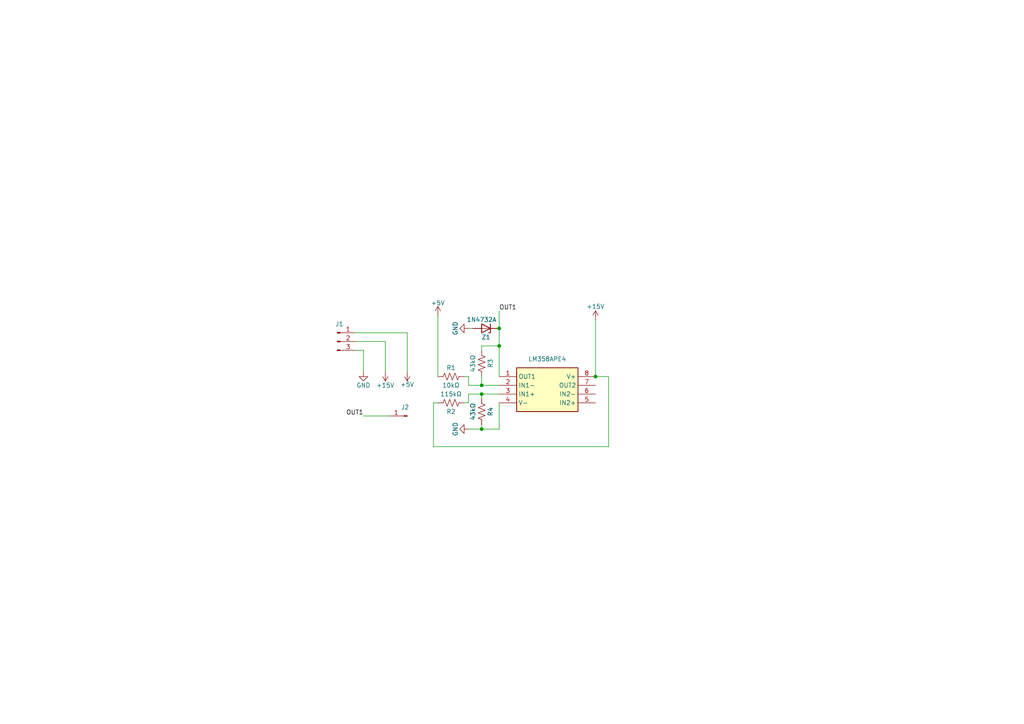
<source format=kicad_sch>
(kicad_sch (version 20211123) (generator eeschema)
  (paper "A4")
  (title_block (title "Voltage Mapper Circuit") (date "2025-05-12") (rev "2.0") (company "Utah Tech University"))
  (lib_symbols
    (symbol "+15V_1" (power) (pin_names (offset 0))
      (property "Value" "+15V_1" (at 3.556 0 0))
      (symbol "+15V_1_0_1"
        (polyline (pts (xy -0.762 1.27) (xy 0 2.54)))
        (polyline (pts (xy 0 0) (xy 0 2.54)))
        (polyline (pts (xy 0 2.54) (xy 0.762 1.27)))
      )
      (symbol "+15V_1_1_1"
        (pin power_in line (at 0 0 90) (length 0) hide (name "+15V") (number "1"))
      )
    )
    (symbol "Connector:Conn_01x01_Male" (pin_names (offset 1.016) hide)
      (property "Reference" "J" (at 0 2.54 0))
      (property "Value" "Conn_01x01_Male" (at 0 -2.54 0))
      (symbol "Conn_01x01_Male_1_1"
        (polyline (pts (xy 1.27 0) (xy 0.8636 0)) (stroke (width 0.1524)))
        (rectangle (start 0.8636 0.127) (end 0 -0.127) (stroke (width 0.1524)) (fill (type outline)))
        (pin passive line (at 5.08 0 180) (length 3.81) (name "Pin_1") (number "1"))
      )
    )
    (symbol "Connector:Conn_01x03_Male" (pin_names (offset 1.016) hide)
      (property "Reference" "J" (at 0 5.08 0))
      (property "Value" "Conn_01x03_Male" (at 0 -5.08 0))
      (symbol "Conn_01x03_Male_1_1"
        (polyline (pts (xy 1.27 -2.54) (xy 0.8636 -2.54)) (stroke (width 0.1524)))
        (polyline (pts (xy 1.27 0) (xy 0.8636 0)) (stroke (width 0.1524)))
        (polyline (pts (xy 1.27 2.54) (xy 0.8636 2.54)) (stroke (width 0.1524)))
        (rectangle (start 0.8636 -2.413) (end 0 -2.667) (stroke (width 0.1524)) (fill (type outline)))
        (rectangle (start 0.8636 0.127) (end 0 -0.127) (stroke (width 0.1524)) (fill (type outline)))
        (rectangle (start 0.8636 2.667) (end 0 2.413) (stroke (width 0.1524)) (fill (type outline)))
        (pin passive line (at 5.08 2.54 180) (length 3.81) (name "Pin_1") (number "1"))
        (pin passive line (at 5.08 0 180) (length 3.81) (name "Pin_2") (number "2"))
        (pin passive line (at 5.08 -2.54 180) (length 3.81) (name "Pin_3") (number "3"))
      )
    )
    (symbol "Device:D_Zener" (pin_numbers hide) (pin_names (offset 1.016) hide)
      (property "Reference" "D" (at 0 2.54 0))
      (property "Value" "D_Zener" (at 0 -2.54 0))
      (symbol "D_Zener_0_1"
        (polyline (pts (xy 1.27 0) (xy -1.27 0)))
        (polyline (pts (xy -1.27 -1.27) (xy -1.27 1.27) (xy -0.762 1.27)) (stroke (width 0.254)))
        (polyline (pts (xy 1.27 -1.27) (xy 1.27 1.27) (xy -1.27 0) (xy 1.27 -1.27)) (stroke (width 0.254)))
      )
      (symbol "D_Zener_1_1"
        (pin passive line (at -3.81 0 0) (length 2.54) (name "K") (number "1"))
        (pin passive line (at 3.81 0 180) (length 2.54) (name "A") (number "2"))
      )
    )
    (symbol "Device:R_US" (pin_numbers hide) (pin_names (offset 0))
      (property "Reference" "R" (at 2.54 0 90))
      (property "Value" "R_US" (at -2.54 0 90))
      (symbol "R_US_0_1"
        (polyline (pts (xy 0 -2.286) (xy 0 -2.54)))
        (polyline (pts (xy 0 2.286) (xy 0 2.54)))
        (polyline (pts (xy 0 -0.762) (xy 1.016 -1.143) (xy 0 -1.524) (xy -1.016 -1.905) (xy 0 -2.286)))
        (polyline (pts (xy 0 0.762) (xy 1.016 0.381) (xy 0 0) (xy -1.016 -0.381) (xy 0 -0.762)))
        (polyline (pts (xy 0 2.286) (xy 1.016 1.905) (xy 0 1.524) (xy -1.016 1.143) (xy 0 0.762)))
      )
      (symbol "R_US_1_1"
        (pin passive line (at 0 3.81 270) (length 1.27) (name "~") (number "1"))
        (pin passive line (at 0 -3.81 90) (length 1.27) (name "~") (number "2"))
      )
    )
    (symbol "LM358APE4:LM358APE4"
      (property "Value" "LM358APE4" (at 0 0 0))
      (property "Reference_1" "IC" (at 24.13 7.62 0))
      (property "Value_1" "LM358APE4" (at 24.13 5.08 0))
      (symbol "LM358APE4_1_1"
        (rectangle (start 5.08 2.54) (end 22.86 -10.16) (stroke (width 0.254)) (fill (type background)))
        (pin passive line (at 0 0 0) (length 5.08) (name "OUT1") (number "1"))
        (pin passive line (at 0 -2.54 0) (length 5.08) (name "IN1-") (number "2"))
        (pin passive line (at 0 -5.08 0) (length 5.08) (name "IN1+") (number "3"))
        (pin passive line (at 0 -7.62 0) (length 5.08) (name "V-") (number "4"))
        (pin passive line (at 27.94 -7.62 180) (length 5.08) (name "IN2+") (number "5"))
        (pin passive line (at 27.94 -5.08 180) (length 5.08) (name "IN2-") (number "6"))
        (pin passive line (at 27.94 -2.54 180) (length 5.08) (name "OUT2") (number "7"))
        (pin passive line (at 27.94 0 180) (length 5.08) (name "V+") (number "8"))
      )
    )
    (symbol "power:+5V" (power) (pin_names (offset 0))
      (property "Value" "+5V" (at 0 3.556 0))
      (symbol "+5V_0_1"
        (polyline (pts (xy -0.762 1.27) (xy 0 2.54)))
        (polyline (pts (xy 0 0) (xy 0 2.54)))
        (polyline (pts (xy 0 2.54) (xy 0.762 1.27)))
      )
      (symbol "+5V_1_1"
        (pin power_in line (at 0 0 90) (length 0) hide (name "+5V") (number "1"))
      )
    )
    (symbol "power:GND" (power) (pin_names (offset 0))
      (property "Value" "GND" (at 0 -3.81 0))
      (symbol "GND_0_1"
        (polyline (pts (xy 0 0) (xy 0 -1.27) (xy 1.27 -1.27) (xy 0 -2.54) (xy -1.27 -1.27) (xy 0 -1.27)))
      )
      (symbol "GND_1_1"
        (pin power_in line (at 0 0 270) (length 0) hide (name "GND") (number "1"))
      )
    )
  )
  (junction (at 139.7 111.76))
  (junction (at 172.72 109.22))
  (junction (at 144.78 95.25))
  (junction (at 144.78 100.33))
  (junction (at 139.7 114.3))
  (junction (at 139.7 124.46))
  (wire (pts (xy 135.89 109.22) (xy 135.89 111.76)))
  (wire (pts (xy 135.89 124.46) (xy 139.7 124.46)))
  (wire (pts (xy 111.76 99.06) (xy 111.76 107.95)))
  (wire (pts (xy 139.7 100.33) (xy 144.78 100.33)))
  (wire (pts (xy 102.87 96.52) (xy 118.11 96.52)))
  (wire (pts (xy 172.72 109.22) (xy 176.53 109.22)))
  (wire (pts (xy 144.78 124.46) (xy 139.7 124.46)))
  (wire (pts (xy 135.89 111.76) (xy 139.7 111.76)))
  (wire (pts (xy 135.89 95.25) (xy 137.16 95.25)))
  (wire (pts (xy 135.89 114.3) (xy 139.7 114.3)))
  (wire (pts (xy 144.78 90.17) (xy 144.78 95.25)))
  (wire (pts (xy 127 116.84) (xy 125.73 116.84)))
  (wire (pts (xy 144.78 116.84) (xy 144.78 124.46)))
  (wire (pts (xy 102.87 99.06) (xy 111.76 99.06)))
  (wire (pts (xy 139.7 114.3) (xy 139.7 115.57)))
  (wire (pts (xy 118.11 96.52) (xy 118.11 107.95)))
  (wire (pts (xy 139.7 114.3) (xy 144.78 114.3)))
  (wire (pts (xy 127 91.44) (xy 127 109.22)))
  (wire (pts (xy 134.62 109.22) (xy 135.89 109.22)))
  (wire (pts (xy 125.73 129.54) (xy 125.73 116.84)))
  (wire (pts (xy 176.53 109.22) (xy 176.53 129.54)))
  (wire (pts (xy 144.78 100.33) (xy 144.78 109.22)))
  (wire (pts (xy 172.72 92.71) (xy 172.72 109.22)))
  (wire (pts (xy 134.62 116.84) (xy 135.89 116.84)))
  (wire (pts (xy 139.7 123.19) (xy 139.7 124.46)))
  (wire (pts (xy 105.41 101.6) (xy 105.41 107.95)))
  (wire (pts (xy 113.03 120.65) (xy 105.41 120.65)))
  (wire (pts (xy 135.89 116.84) (xy 135.89 114.3)))
  (wire (pts (xy 139.7 101.6) (xy 139.7 100.33)))
  (wire (pts (xy 102.87 101.6) (xy 105.41 101.6)))
  (wire (pts (xy 144.78 95.25) (xy 144.78 100.33)))
  (wire (pts (xy 176.53 129.54) (xy 125.73 129.54)))
  (wire (pts (xy 139.7 109.22) (xy 139.7 111.76)))
  (wire (pts (xy 139.7 111.76) (xy 144.78 111.76)))
  (label "OUT1" (at 105.41 120.65 180))
  (label "OUT1" (at 144.78 90.17 0))
  (symbol (lib_id "Device:R_US") (at 139.7 105.41 0) (unit 1)
    (property "Reference" "R3" (at 142.24 105.41 90))
    (property "Value" "43kΩ" (at 137.16 105.41 90))
    (property "Footprint" "Resistor_SMD:R_0603_1608Metric" (effects hide))
    (property "Spice_Primitive" "R" (effects hide))
    (property "Spice_Model" "43k" (effects hide))
    (property "Spice_Netlist_Enabled" "Y" (effects hide))
  )
  (symbol (lib_id "Device:R_US") (at 130.81 116.84 270) (unit 1)
    (property "Reference" "R2" (at 130.81 119.38 90))
    (property "Value" "115kΩ" (at 130.81 114.3 90))
    (property "Footprint" "Resistor_SMD:R_0603_1608Metric" (effects hide))
  )
  (symbol (lib_id "Device:R_US") (at 139.7 119.38 0) (unit 1)
    (property "Reference" "R4" (at 142.24 119.38 90))
    (property "Value" "43kΩ" (at 137.16 119.38 90))
    (property "Footprint" "Resistor_SMD:R_0603_1608Metric" (effects hide))
  )
  (symbol (lib_id "power:GND") (at 135.89 124.46 270) (unit 1)
    (property "Reference" "#PWR0103" (effects hide))
    (property "Value" "GND" (at 132.08 124.46 0))
  )
  (symbol (lib_name "+15V_1") (lib_id "power:+15V") (at 111.76 107.95 180) (unit 1)
    (property "Reference" "#PWR0105" (effects hide))
    (property "Value" "+18V" (at 111.76 111.76 0))
  )
  (symbol (lib_name "+15V_1") (lib_id "power:+15V") (at 172.72 92.71 0) (unit 1)
    (property "Reference" "#PWR0104" (effects hide))
    (property "Value" "+18V" (at 172.72 88.9 0))
  )
  (symbol (lib_id "power:GND") (at 135.89 95.25 270) (unit 1)
    (property "Reference" "#PWR0101" (effects hide))
    (property "Value" "GND" (at 132.08 95.25 0))
  )
  (symbol (lib_id "Device:R_US") (at 130.81 109.22 90) (unit 1)
    (property "Reference" "R1" (at 130.81 106.68 90))
    (property "Value" "10kΩ" (at 130.81 111.76 90))
    (property "Footprint" "Resistor_SMD:R_0603_1608Metric" (effects hide))
  )
  (symbol (lib_id "Connector:Conn_01x01_Male") (at 118.11 120.65 180) (unit 1)
    (property "Reference" "J2" (at 117.475 118.11 0))
    (property "Value" "Conn_01x01_Male" (effects hide))
    (property "Footprint" "Connector_PinHeader_2.54mm:PinHeader_1x01_P2.54mm_Vertical" (effects hide))
  )
  (symbol (lib_id "LM358APE4:LM358APE4") (at 144.78 109.22 0) (unit 1)
    (property "Reference" "LM1" (effects hide))
    (property "Value" "LM358APE4" (at 158.75 104.14 0))
    (property "Footprint" "LM358APE4:LM358APE4 Footprint" (effects hide))
    (property "Datasheet" "https://www.ti.com/lit/ds/symlink/lm158.pdf" (effects hide))
    (property "Reference_1" "IC" (effects hide))
    (property "Value_1" "LM358APE4" (effects hide))
    (property "Footprint_1" "DIP794W53P254L959H508Q8N" (effects hide))
    (property "Datasheet_1" "http://www.ti.com/lit/ds/symlink/lm358a.pdf" (effects hide))
    (property "Height" "5.08" (effects hide))
    (property "Mouser Part Number" "595-LM358APE4" (effects hide))
    (property "Mouser Price/Stock" "https://www.mouser.co.uk/ProductDetail/Texas-Instruments/LM358APE4?qs=VBduBm9rCJTOdx3RyeRhNA%3D%3D" (effects hide))
    (property "Manufacturer_Name" "Texas Instruments" (effects hide))
    (property "Manufacturer_Part_Number" "LM358APE4" (effects hide))
    (property "Spice_Primitive" "X" (effects hide))
    (property "Spice_Model" "AD8676" (effects hide))
    (property "Spice_Netlist_Enabled" "Y" (effects hide))
    (property "Spice_Lib_File" "/home/user/.wine/drive_c/Program Files/LTC/LTspiceXVII/lib/sub/AD8676.lib" (effects hide))
  )
  (symbol (lib_id "power:+5V") (at 118.11 107.95 180) (unit 1)
    (property "Reference" "#PWR0107" (effects hide))
    (property "Value" "+5V" (at 118.11 111.506 0))
  )
  (symbol (lib_id "power:+5V") (at 127 91.44 0) (unit 1)
    (property "Reference" "#PWR0102" (effects hide))
    (property "Value" "+5V" (at 127 87.884 0))
  )
  (symbol (lib_id "Device:D_Zener") (at 140.97 95.25 180) (unit 1)
    (property "Reference" "Z1" (at 140.97 97.79 0))
    (property "Value" "1N4732A" (at 139.7 92.71 0))
    (property "Footprint" "Diode_SMD:D_0603_1608Metric" (effects hide))
    (property "Datasheet" "https://www.onsemi.com/pdf/datasheet/1n4736at-d.pdf" (effects hide))
    (property "Spice_Primitive" "D" (effects hide))
    (property "Spice_Model" "1N750" (effects hide))
    (property "Spice_Netlist_Enabled" "Y" (effects hide))
    (property "Spice_Lib_File" "KiCad-Spice-Library/Models/Diode/DIODE2.lib" (effects hide))
  )
  (symbol (lib_id "Connector:Conn_01x03_Male") (at 97.79 99.06 0) (unit 1)
    (property "Reference" "J1" (at 98.425 93.98 0))
    (property "Value" "Conn_01x03_Male" (effects hide))
    (property "Footprint" "Connector_PinHeader_2.54mm:PinHeader_1x03_P2.54mm_Vertical" (effects hide))
  )
  (symbol (lib_id "power:GND") (at 105.41 107.95 0) (unit 1)
    (property "Reference" "#PWR0106" (effects hide))
    (property "Value" "GND" (at 105.41 111.76 0))
  )
)
</source>
